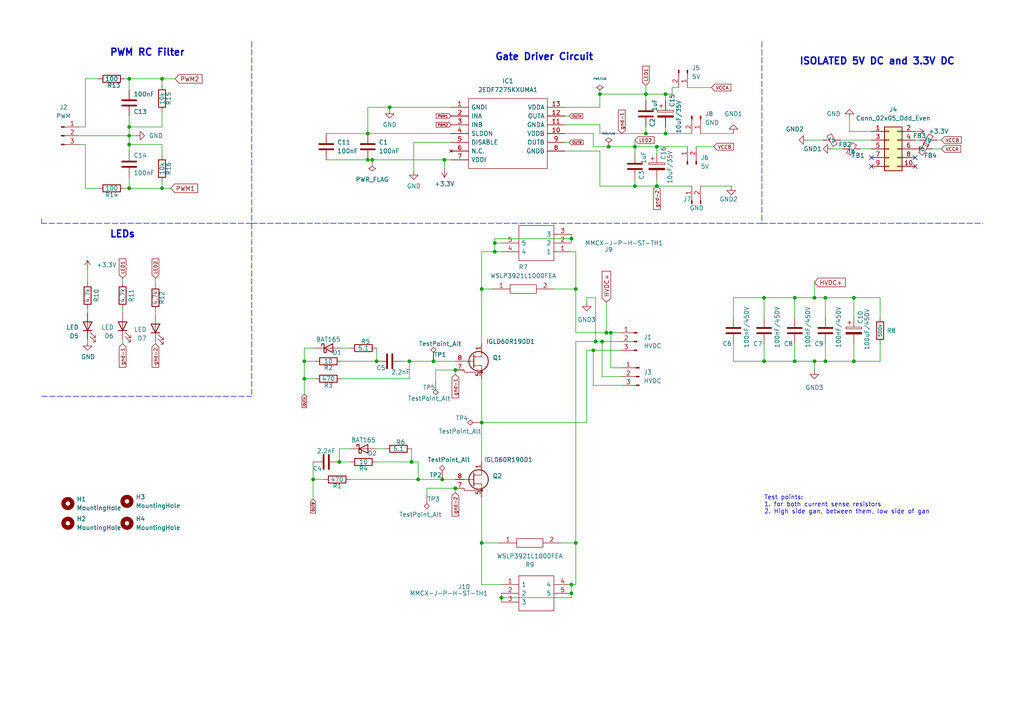
<source format=kicad_sch>
(kicad_sch (version 20211123) (generator eeschema)
  (paper "A4")
  (lib_symbols
    (symbol "2EDF7275KXUMA1:2EDF7275KXUMA1" (pin_names (offset 0.762))
      (property "Reference" "IC" (at 29.21 7.62 0))
      (property "Value" "2EDF7275KXUMA1" (at 29.21 5.08 0))
      (symbol "2EDF7275KXUMA1_0_0"
        (pin passive line (at 0 0 0) (length 5.08) (name "GNDI") (number "1"))
        (pin passive line (at 33.02 -7.62 180) (length 5.08) (name "VDDB") (number "10"))
        (pin passive line (at 33.02 -5.08 180) (length 5.08) (name "GNDA") (number "11"))
        (pin passive line (at 33.02 -2.54 180) (length 5.08) (name "OUTA") (number "12"))
        (pin passive line (at 33.02 0 180) (length 5.08) (name "VDDA") (number "13"))
        (pin passive line (at 0 -2.54 0) (length 5.08) (name "INA") (number "2"))
        (pin passive line (at 0 -5.08 0) (length 5.08) (name "INB") (number "3"))
        (pin passive line (at 0 -7.62 0) (length 5.08) (name "SLDON") (number "4"))
        (pin passive line (at 0 -10.16 0) (length 5.08) (name "DISABLE") (number "5"))
        (pin no_connect line (at 0 -12.7 0) (length 5.08) (name "N.C.") (number "6"))
        (pin passive line (at 0 -15.24 0) (length 5.08) (name "VDDI") (number "7"))
        (pin passive line (at 33.02 -12.7 180) (length 5.08) (name "GNDB") (number "8"))
        (pin passive line (at 33.02 -10.16 180) (length 5.08) (name "OUTB") (number "9"))
      )
      (symbol "2EDF7275KXUMA1_0_1"
        (polyline (pts (xy 5.08 2.54) (xy 27.94 2.54) (xy 27.94 -17.78) (xy 5.08 -17.78) (xy 5.08 2.54)) (stroke (width 0.1524)))
      )
    )
    (symbol "Connector:Conn_01x02_Male" (pin_names (offset 1.016) hide)
      (property "Reference" "J" (at 0 2.54 0))
      (property "Value" "Conn_01x02_Male" (at 0 -5.08 0))
      (symbol "Conn_01x02_Male_1_1"
        (polyline (pts (xy 1.27 -2.54) (xy 0.8636 -2.54)) (stroke (width 0.1524)))
        (polyline (pts (xy 1.27 0) (xy 0.8636 0)) (stroke (width 0.1524)))
        (rectangle (start 0.8636 -2.413) (end 0 -2.667) (stroke (width 0.1524)) (fill (type outline)))
        (rectangle (start 0.8636 0.127) (end 0 -0.127) (stroke (width 0.1524)) (fill (type outline)))
        (pin passive line (at 5.08 0 180) (length 3.81) (name "Pin_1") (number "1"))
        (pin passive line (at 5.08 -2.54 180) (length 3.81) (name "Pin_2") (number "2"))
      )
    )
    (symbol "Connector:Conn_01x03_Male" (pin_names (offset 1.016) hide)
      (property "Reference" "J" (at 0 5.08 0))
      (property "Value" "Conn_01x03_Male" (at 0 -5.08 0))
      (symbol "Conn_01x03_Male_1_1"
        (polyline (pts (xy 1.27 -2.54) (xy 0.8636 -2.54)) (stroke (width 0.1524)))
        (polyline (pts (xy 1.27 0) (xy 0.8636 0)) (stroke (width 0.1524)))
        (polyline (pts (xy 1.27 2.54) (xy 0.8636 2.54)) (stroke (width 0.1524)))
        (rectangle (start 0.8636 -2.413) (end 0 -2.667) (stroke (width 0.1524)) (fill (type outline)))
        (rectangle (start 0.8636 0.127) (end 0 -0.127) (stroke (width 0.1524)) (fill (type outline)))
        (rectangle (start 0.8636 2.667) (end 0 2.413) (stroke (width 0.1524)) (fill (type outline)))
        (pin passive line (at 5.08 2.54 180) (length 3.81) (name "Pin_1") (number "1"))
        (pin passive line (at 5.08 0 180) (length 3.81) (name "Pin_2") (number "2"))
        (pin passive line (at 5.08 -2.54 180) (length 3.81) (name "Pin_3") (number "3"))
      )
    )
    (symbol "Connector:TestPoint_Alt" (pin_numbers hide) (pin_names (offset 0.762) hide)
      (property "Reference" "TP" (at 0 6.858 0))
      (property "Value" "TestPoint_Alt" (at 0 5.08 0))
      (symbol "TestPoint_Alt_0_1"
        (polyline (pts (xy 0 2.54) (xy -0.762 3.302) (xy 0 4.064) (xy 0.762 3.302) (xy 0 2.54)))
      )
      (symbol "TestPoint_Alt_1_1"
        (pin passive line (at 0 0 90) (length 2.54) (name "1") (number "1"))
      )
    )
    (symbol "Connector_Generic:Conn_02x05_Odd_Even" (pin_names (offset 1.016) hide)
      (property "Reference" "J" (at 1.27 7.62 0))
      (property "Value" "Conn_02x05_Odd_Even" (at 1.27 -7.62 0))
      (symbol "Conn_02x05_Odd_Even_1_1"
        (rectangle (start -1.27 -4.953) (end 0 -5.207) (stroke (width 0.1524)))
        (rectangle (start -1.27 -2.413) (end 0 -2.667) (stroke (width 0.1524)))
        (rectangle (start -1.27 0.127) (end 0 -0.127) (stroke (width 0.1524)))
        (rectangle (start -1.27 2.667) (end 0 2.413) (stroke (width 0.1524)))
        (rectangle (start -1.27 5.207) (end 0 4.953) (stroke (width 0.1524)))
        (rectangle (start -1.27 6.35) (end 3.81 -6.35) (stroke (width 0.254)) (fill (type background)))
        (rectangle (start 3.81 -4.953) (end 2.54 -5.207) (stroke (width 0.1524)))
        (rectangle (start 3.81 -2.413) (end 2.54 -2.667) (stroke (width 0.1524)))
        (rectangle (start 3.81 0.127) (end 2.54 -0.127) (stroke (width 0.1524)))
        (rectangle (start 3.81 2.667) (end 2.54 2.413) (stroke (width 0.1524)))
        (rectangle (start 3.81 5.207) (end 2.54 4.953) (stroke (width 0.1524)))
        (pin passive line (at -5.08 5.08 0) (length 3.81) (name "Pin_1") (number "1"))
        (pin passive line (at 7.62 -5.08 180) (length 3.81) (name "Pin_10") (number "10"))
        (pin passive line (at 7.62 5.08 180) (length 3.81) (name "Pin_2") (number "2"))
        (pin passive line (at -5.08 2.54 0) (length 3.81) (name "Pin_3") (number "3"))
        (pin passive line (at 7.62 2.54 180) (length 3.81) (name "Pin_4") (number "4"))
        (pin passive line (at -5.08 0 0) (length 3.81) (name "Pin_5") (number "5"))
        (pin passive line (at 7.62 0 180) (length 3.81) (name "Pin_6") (number "6"))
        (pin passive line (at -5.08 -2.54 0) (length 3.81) (name "Pin_7") (number "7"))
        (pin passive line (at 7.62 -2.54 180) (length 3.81) (name "Pin_8") (number "8"))
        (pin passive line (at -5.08 -5.08 0) (length 3.81) (name "Pin_9") (number "9"))
      )
    )
    (symbol "Device:C" (pin_numbers hide) (pin_names (offset 0.254))
      (property "Reference" "C" (at 0.635 2.54 0))
      (property "Value" "C" (at 0.635 -2.54 0))
      (symbol "C_0_1"
        (polyline (pts (xy -2.032 -0.762) (xy 2.032 -0.762)) (stroke (width 0.508)))
        (polyline (pts (xy -2.032 0.762) (xy 2.032 0.762)) (stroke (width 0.508)))
      )
      (symbol "C_1_1"
        (pin passive line (at 0 3.81 270) (length 2.794) (name "~") (number "1"))
        (pin passive line (at 0 -3.81 90) (length 2.794) (name "~") (number "2"))
      )
    )
    (symbol "Device:C_Polarized" (pin_numbers hide) (pin_names (offset 0.254))
      (property "Reference" "C" (at 0.635 2.54 0))
      (property "Value" "C_Polarized" (at 0.635 -2.54 0))
      (symbol "C_Polarized_0_1"
        (rectangle (start -2.286 0.508) (end 2.286 1.016))
        (polyline (pts (xy -1.778 2.286) (xy -0.762 2.286)))
        (polyline (pts (xy -1.27 2.794) (xy -1.27 1.778)))
        (rectangle (start 2.286 -0.508) (end -2.286 -1.016) (fill (type outline)))
      )
      (symbol "C_Polarized_1_1"
        (pin passive line (at 0 3.81 270) (length 2.794) (name "~") (number "1"))
        (pin passive line (at 0 -3.81 90) (length 2.794) (name "~") (number "2"))
      )
    )
    (symbol "Device:D_Schottky" (pin_numbers hide) (pin_names (offset 1.016) hide)
      (property "Reference" "D" (at 0 2.54 0))
      (property "Value" "D_Schottky" (at 0 -2.54 0))
      (symbol "D_Schottky_0_1"
        (polyline (pts (xy 1.27 0) (xy -1.27 0)))
        (polyline (pts (xy 1.27 1.27) (xy 1.27 -1.27) (xy -1.27 0) (xy 1.27 1.27)) (stroke (width 0.254)))
        (polyline (pts (xy -1.905 0.635) (xy -1.905 1.27) (xy -1.27 1.27) (xy -1.27 -1.27) (xy -0.635 -1.27) (xy -0.635 -0.635)) (stroke (width 0.254)))
      )
      (symbol "D_Schottky_1_1"
        (pin passive line (at -3.81 0 0) (length 2.54) (name "K") (number "1"))
        (pin passive line (at 3.81 0 180) (length 2.54) (name "A") (number "2"))
      )
    )
    (symbol "Device:FerriteBead_Small" (pin_numbers hide) (pin_names (offset 0))
      (property "Reference" "FB" (at 1.905 1.27 0))
      (property "Value" "FerriteBead_Small" (at 1.905 -1.27 0))
      (symbol "FerriteBead_Small_0_1"
        (polyline (pts (xy 0 -1.27) (xy 0 -0.7874)))
        (polyline (pts (xy 0 0.889) (xy 0 1.2954)))
        (polyline (pts (xy -1.8288 0.2794) (xy -1.1176 1.4986) (xy 1.8288 -0.2032) (xy 1.1176 -1.4224) (xy -1.8288 0.2794)))
      )
      (symbol "FerriteBead_Small_1_1"
        (pin passive line (at 0 2.54 270) (length 1.27) (name "~") (number "1"))
        (pin passive line (at 0 -2.54 90) (length 1.27) (name "~") (number "2"))
      )
    )
    (symbol "Device:LED" (pin_numbers hide) (pin_names (offset 1.016) hide)
      (property "Reference" "D" (at 0 2.54 0))
      (property "Value" "LED" (at 0 -2.54 0))
      (symbol "LED_0_1"
        (polyline (pts (xy -1.27 -1.27) (xy -1.27 1.27)) (stroke (width 0.254)))
        (polyline (pts (xy -1.27 0) (xy 1.27 0)))
        (polyline (pts (xy 1.27 -1.27) (xy 1.27 1.27) (xy -1.27 0) (xy 1.27 -1.27)) (stroke (width 0.254)))
        (polyline (pts (xy -3.048 -0.762) (xy -4.572 -2.286) (xy -3.81 -2.286) (xy -4.572 -2.286) (xy -4.572 -1.524)))
        (polyline (pts (xy -1.778 -0.762) (xy -3.302 -2.286) (xy -2.54 -2.286) (xy -3.302 -2.286) (xy -3.302 -1.524)))
      )
      (symbol "LED_1_1"
        (pin passive line (at -3.81 0 0) (length 2.54) (name "K") (number "1"))
        (pin passive line (at 3.81 0 180) (length 2.54) (name "A") (number "2"))
      )
    )
    (symbol "Device:R" (pin_numbers hide) (pin_names (offset 0))
      (property "Reference" "R" (at 2.032 0 90))
      (property "Value" "R" (at 0 0 90))
      (symbol "R_0_1"
        (rectangle (start -1.016 -2.54) (end 1.016 2.54) (stroke (width 0.254)))
      )
      (symbol "R_1_1"
        (pin passive line (at 0 3.81 270) (length 1.27) (name "~") (number "1"))
        (pin passive line (at 0 -3.81 90) (length 1.27) (name "~") (number "2"))
      )
    )
    (symbol "MMCX-J-P-H-ST-TH1:MMCX-J-P-H-ST-TH1" (pin_names (offset 0.762))
      (property "Reference" "J" (at 16.51 7.62 0))
      (property "Value" "MMCX-J-P-H-ST-TH1" (at 16.51 5.08 0))
      (symbol "MMCX-J-P-H-ST-TH1_0_0"
        (pin passive line (at 0 0 0) (length 5.08) (name "1") (number "1"))
        (pin passive line (at 0 -2.54 0) (length 5.08) (name "2") (number "2"))
        (pin passive line (at 0 -5.08 0) (length 5.08) (name "3") (number "3"))
        (pin passive line (at 20.32 0 180) (length 5.08) (name "4") (number "4"))
        (pin passive line (at 20.32 -2.54 180) (length 5.08) (name "5") (number "5"))
      )
      (symbol "MMCX-J-P-H-ST-TH1_0_1"
        (polyline (pts (xy 5.08 2.54) (xy 15.24 2.54) (xy 15.24 -7.62) (xy 5.08 -7.62) (xy 5.08 2.54)) (stroke (width 0.1524)))
      )
    )
    (symbol "Mechanical:MountingHole" (pin_names (offset 1.016))
      (property "Reference" "H" (at 0 5.08 0))
      (property "Value" "MountingHole" (at 0 3.175 0))
      (symbol "MountingHole_0_1"
        (circle (center 0 0) (radius 1.27) (stroke (width 1.27)))
      )
    )
    (symbol "Transistor_FET:IGLD60R190D1" (pin_names (offset 0) hide)
      (property "Reference" "Q" (at 5.08 1.905 0))
      (property "Value" "IGLD60R190D1" (at 5.08 0 0))
      (symbol "IGLD60R190D1_0_1"
        (polyline (pts (xy -2.54 0) (xy 0.254 0)))
        (polyline (pts (xy -2.54 -2.54) (xy -2.54 -3.175) (xy 2.54 -3.175)))
        (polyline (pts (xy 0.254 -1.27) (xy 2.54 -1.27) (xy 2.54 -2.54)))
        (polyline (pts (xy 0.254 1.905) (xy 0.254 -1.905) (xy 0.254 -1.905)) (stroke (width 0.254)))
        (polyline (pts (xy 2.54 2.54) (xy 2.54 1.27) (xy 0.254 1.27)))
        (circle (center 1.651 0) (radius 2.8194) (stroke (width 0.254)))
        (circle (center 2.54 -3.175) (radius 0.2794) (fill (type outline)))
      )
      (symbol "IGLD60R190D1_1_1"
        (pin passive line (at 2.54 5.08 270) (length 2.54) (name "D") (number "1"))
        (pin passive line (at 2.54 5.08 270) (length 2.54) hide (name "D") (number "2"))
        (pin passive line (at 2.54 5.08 270) (length 2.54) hide (name "D") (number "3"))
        (pin passive line (at 2.54 5.08 270) (length 2.54) hide (name "D") (number "4"))
        (pin passive line (at 2.54 -5.08 90) (length 2.54) (name "S") (number "5"))
        (pin passive line (at 2.54 -5.08 90) (length 2.54) hide (name "S") (number "6"))
        (pin passive line (at -5.08 -2.54 0) (length 2.54) (name "SS") (number "7"))
        (pin input line (at -5.08 0 0) (length 2.54) (name "G") (number "8"))
        (pin passive line (at 2.54 -5.08 90) (length 2.54) hide (name "S") (number "9"))
      )
    )
    (symbol "WSLP3921L1000FEA:WSLP3921L1000FEA" (pin_names (offset 0.762))
      (property "Reference" "R" (at 13.97 6.35 0))
      (property "Value" "WSLP3921L1000FEA" (at 13.97 3.81 0))
      (symbol "WSLP3921L1000FEA_0_0"
        (pin passive line (at 0 0 0) (length 5.08) (name "~") (number "1"))
        (pin passive line (at 17.78 0 180) (length 5.08) (name "~") (number "2"))
      )
      (symbol "WSLP3921L1000FEA_0_1"
        (polyline (pts (xy 5.08 1.27) (xy 12.7 1.27) (xy 12.7 -1.27) (xy 5.08 -1.27) (xy 5.08 1.27)) (stroke (width 0.1524)))
      )
    )
    (symbol "power:+3.3V" (power) (pin_names (offset 0))
      (property "Value" "+3.3V" (at 0 3.556 0))
      (symbol "+3.3V_0_1"
        (polyline (pts (xy -0.762 1.27) (xy 0 2.54)))
        (polyline (pts (xy 0 0) (xy 0 2.54)))
        (polyline (pts (xy 0 2.54) (xy 0.762 1.27)))
      )
      (symbol "+3.3V_1_1"
        (pin power_in line (at 0 0 90) (length 0) hide (name "+3.3V") (number "1"))
      )
    )
    (symbol "power:GND" (power) (pin_names (offset 0))
      (property "Value" "GND" (at 0 -3.81 0))
      (symbol "GND_0_1"
        (polyline (pts (xy 0 0) (xy 0 -1.27) (xy 1.27 -1.27) (xy 0 -2.54) (xy -1.27 -1.27) (xy 0 -1.27)))
      )
      (symbol "GND_1_1"
        (pin power_in line (at 0 0 270) (length 0) hide (name "GND") (number "1"))
      )
    )
    (symbol "power:GND1" (power) (pin_names (offset 0))
      (property "Value" "GND1" (at 0 -3.81 0))
      (symbol "GND1_0_1"
        (polyline (pts (xy 0 0) (xy 0 -1.27) (xy 1.27 -1.27) (xy 0 -2.54) (xy -1.27 -1.27) (xy 0 -1.27)))
      )
      (symbol "GND1_1_1"
        (pin power_in line (at 0 0 270) (length 0) hide (name "GND1") (number "1"))
      )
    )
    (symbol "power:GND2" (power) (pin_names (offset 0))
      (property "Value" "GND2" (at 0 -3.81 0))
      (symbol "GND2_0_1"
        (polyline (pts (xy 0 0) (xy 0 -1.27) (xy 1.27 -1.27) (xy 0 -2.54) (xy -1.27 -1.27) (xy 0 -1.27)))
      )
      (symbol "GND2_1_1"
        (pin power_in line (at 0 0 270) (length 0) hide (name "GND2") (number "1"))
      )
    )
    (symbol "power:GND3" (power) (pin_names (offset 0))
      (property "Value" "GND3" (at 0 -3.81 0))
      (symbol "GND3_0_1"
        (polyline (pts (xy 0 0) (xy 0 -1.27) (xy 1.27 -1.27) (xy 0 -2.54) (xy -1.27 -1.27) (xy 0 -1.27)))
      )
      (symbol "GND3_1_1"
        (pin power_in line (at 0 0 270) (length 0) hide (name "GND3") (number "1"))
      )
    )
    (symbol "power:PWR_FLAG" (power) (pin_numbers hide) (pin_names (offset 0) hide)
      (property "Value" "PWR_FLAG" (at 0 3.81 0))
      (symbol "PWR_FLAG_0_0"
        (pin power_out line (at 0 0 90) (length 0) (name "pwr") (number "1"))
      )
      (symbol "PWR_FLAG_0_1"
        (polyline (pts (xy 0 0) (xy 0 1.27) (xy -1.016 1.905) (xy 0 2.54) (xy 1.016 1.905) (xy 0 1.27)))
      )
    )
  )
  (junction (at 193.04 27.305))
  (junction (at 247.65 104.775))
  (junction (at 139.7 83.82))
  (junction (at 37.465 54.61))
  (junction (at 145.415 173.355))
  (junction (at 109.22 104.775))
  (junction (at 177.165 96.52))
  (junction (at 107.95 46.355))
  (junction (at 230.505 104.775))
  (junction (at 187.325 27.305))
  (junction (at 236.22 86.36))
  (junction (at 128.905 46.355))
  (junction (at 119.38 133.985))
  (junction (at 106.68 38.735))
  (junction (at 230.505 86.36))
  (junction (at 190.5 53.975))
  (junction (at 172.72 99.06))
  (junction (at 88.265 104.775))
  (junction (at 37.465 41.91))
  (junction (at 184.15 42.545))
  (junction (at 236.22 104.775))
  (junction (at 106.68 46.355))
  (junction (at 184.15 53.975))
  (junction (at 46.99 22.86))
  (junction (at 175.895 96.52))
  (junction (at 139.7 122.555))
  (junction (at 113.03 31.115))
  (junction (at 90.805 139.065))
  (junction (at 46.99 54.61))
  (junction (at 132.08 141.605))
  (junction (at 132.08 107.315))
  (junction (at 98.425 133.985))
  (junction (at 37.465 36.83))
  (junction (at 165.735 169.545))
  (junction (at 239.395 86.36))
  (junction (at 143.51 73.025))
  (junction (at 143.51 70.485))
  (junction (at 165.735 69.215))
  (junction (at 128.27 139.065))
  (junction (at 139.7 157.48))
  (junction (at 173.99 27.305))
  (junction (at 193.04 38.735))
  (junction (at 118.745 104.775))
  (junction (at 167.005 83.82))
  (junction (at 239.395 104.775))
  (junction (at 172.085 101.6))
  (junction (at 37.465 39.37))
  (junction (at 37.465 22.86))
  (junction (at 174.625 99.06))
  (junction (at 88.265 109.855))
  (junction (at 167.005 157.48))
  (junction (at 121.285 139.065))
  (junction (at 165.735 172.085))
  (junction (at 190.5 42.545))
  (junction (at 125.73 104.775))
  (junction (at 247.65 86.36))
  (junction (at 221.615 104.775))
  (junction (at 221.615 86.36))
  (junction (at 176.53 42.545))
  (junction (at 187.325 38.735))
  (no_connect (at 252.73 48.26))
  (no_connect (at 252.73 45.72))
  (no_connect (at 265.43 48.26))
  (no_connect (at 265.43 45.72))
  (wire (pts (xy 98.425 130.175) (xy 101.6 130.175)))
  (wire (pts (xy 24.765 54.61) (xy 24.765 41.91)))
  (wire (pts (xy 173.99 43.815) (xy 163.83 43.815)))
  (wire (pts (xy 172.085 101.6) (xy 179.705 101.6)))
  (polyline (pts (xy 12.065 114.935) (xy 73.025 114.935)))
  (wire (pts (xy 107.95 46.355) (xy 107.95 46.99)))
  (wire (pts (xy 45.085 90.17) (xy 45.085 91.44)))
  (wire (pts (xy 106.68 38.735) (xy 130.81 38.735)))
  (wire (pts (xy 193.04 36.83) (xy 193.04 38.735)))
  (wire (pts (xy 187.325 29.21) (xy 187.325 27.305)))
  (wire (pts (xy 190.5 42.545) (xy 199.39 42.545)))
  (wire (pts (xy 99.06 104.775) (xy 109.22 104.775)))
  (wire (pts (xy 139.7 109.855) (xy 139.7 122.555)))
  (wire (pts (xy 180.34 106.68) (xy 177.165 106.68)))
  (wire (pts (xy 113.03 31.75) (xy 113.03 31.115)))
  (polyline (pts (xy 220.98 64.77) (xy 285.115 64.77)))
  (wire (pts (xy 143.51 70.485) (xy 143.51 69.215)))
  (wire (pts (xy 143.51 69.215) (xy 165.735 69.215)))
  (wire (pts (xy 236.22 104.775) (xy 236.22 107.315)))
  (wire (pts (xy 163.83 41.275) (xy 165.1 41.275)))
  (wire (pts (xy 239.395 86.36) (xy 236.22 86.36)))
  (wire (pts (xy 24.765 22.86) (xy 28.575 22.86)))
  (wire (pts (xy 165.735 169.545) (xy 167.005 169.545)))
  (wire (pts (xy 173.99 38.735) (xy 173.99 36.195)))
  (wire (pts (xy 132.08 142.875) (xy 132.08 141.605)))
  (wire (pts (xy 177.165 106.68) (xy 177.165 96.52)))
  (polyline (pts (xy 220.98 12.065) (xy 220.98 64.77)))
  (wire (pts (xy 126.365 107.315) (xy 132.08 107.315)))
  (wire (pts (xy 165.735 172.085) (xy 165.735 173.355)))
  (wire (pts (xy 94.615 38.735) (xy 106.68 38.735)))
  (wire (pts (xy 212.725 92.075) (xy 212.725 86.36)))
  (wire (pts (xy 145.415 73.025) (xy 143.51 73.025)))
  (wire (pts (xy 175.895 87.63) (xy 175.895 96.52)))
  (wire (pts (xy 184.15 42.545) (xy 190.5 42.545)))
  (wire (pts (xy 221.615 86.36) (xy 221.615 92.075)))
  (wire (pts (xy 165.735 67.945) (xy 165.735 69.215)))
  (wire (pts (xy 193.04 27.305) (xy 194.945 27.305)))
  (wire (pts (xy 120.015 41.275) (xy 120.015 49.53)))
  (wire (pts (xy 143.51 73.025) (xy 139.7 73.025)))
  (wire (pts (xy 173.99 31.115) (xy 173.99 27.305)))
  (wire (pts (xy 128.27 139.065) (xy 132.08 139.065)))
  (wire (pts (xy 234.315 40.64) (xy 238.76 40.64)))
  (wire (pts (xy 175.895 96.52) (xy 177.165 96.52)))
  (wire (pts (xy 37.465 41.91) (xy 37.465 43.815)))
  (wire (pts (xy 165.735 69.215) (xy 165.735 70.485)))
  (wire (pts (xy 172.085 38.735) (xy 163.83 38.735)))
  (wire (pts (xy 193.04 38.735) (xy 200.66 38.735)))
  (wire (pts (xy 163.83 33.655) (xy 165.1 33.655)))
  (wire (pts (xy 230.505 86.36) (xy 230.505 92.075)))
  (wire (pts (xy 187.325 24.765) (xy 187.325 27.305)))
  (wire (pts (xy 212.725 104.775) (xy 212.725 99.695)))
  (wire (pts (xy 106.68 31.115) (xy 113.03 31.115)))
  (wire (pts (xy 170.18 122.555) (xy 170.18 101.6)))
  (wire (pts (xy 173.99 43.815) (xy 173.99 53.975)))
  (wire (pts (xy 176.53 42.545) (xy 184.15 42.545)))
  (wire (pts (xy 221.615 104.775) (xy 212.725 104.775)))
  (wire (pts (xy 46.99 24.765) (xy 46.99 22.86)))
  (wire (pts (xy 24.765 36.83) (xy 24.765 22.86)))
  (wire (pts (xy 113.03 31.115) (xy 130.81 31.115)))
  (wire (pts (xy 123.825 141.605) (xy 132.08 141.605)))
  (wire (pts (xy 37.465 22.86) (xy 37.465 26.035)))
  (wire (pts (xy 246.38 38.1) (xy 252.73 38.1)))
  (wire (pts (xy 109.22 133.985) (xy 119.38 133.985)))
  (wire (pts (xy 203.2 53.975) (xy 212.09 53.975)))
  (wire (pts (xy 247.65 99.695) (xy 247.65 104.775)))
  (wire (pts (xy 35.56 80.645) (xy 35.56 81.915)))
  (wire (pts (xy 273.05 43.18) (xy 270.51 43.18)))
  (wire (pts (xy 172.085 42.545) (xy 176.53 42.545)))
  (wire (pts (xy 90.805 139.065) (xy 90.805 133.985)))
  (wire (pts (xy 145.415 70.485) (xy 143.51 70.485)))
  (wire (pts (xy 121.285 139.065) (xy 128.27 139.065)))
  (wire (pts (xy 221.615 99.695) (xy 221.615 104.775)))
  (polyline (pts (xy 73.025 64.77) (xy 73.025 114.935)))
  (wire (pts (xy 123.825 143.51) (xy 123.825 141.605)))
  (wire (pts (xy 173.99 38.735) (xy 187.325 38.735)))
  (wire (pts (xy 167.005 157.48) (xy 167.005 169.545)))
  (wire (pts (xy 101.6 133.985) (xy 98.425 133.985)))
  (wire (pts (xy 172.085 111.76) (xy 172.085 101.6)))
  (wire (pts (xy 247.65 86.36) (xy 239.395 86.36)))
  (wire (pts (xy 255.27 86.36) (xy 247.65 86.36)))
  (wire (pts (xy 93.98 139.065) (xy 90.805 139.065)))
  (wire (pts (xy 271.78 40.64) (xy 273.05 40.64)))
  (wire (pts (xy 170.18 86.36) (xy 170.18 87.63)))
  (wire (pts (xy 116.84 104.775) (xy 118.745 104.775)))
  (wire (pts (xy 46.99 45.085) (xy 46.99 41.91)))
  (wire (pts (xy 88.265 114.3) (xy 88.265 109.855)))
  (wire (pts (xy 139.7 122.555) (xy 139.7 133.985)))
  (wire (pts (xy 184.15 52.07) (xy 184.15 53.975)))
  (wire (pts (xy 173.99 27.305) (xy 187.325 27.305)))
  (wire (pts (xy 230.505 99.695) (xy 230.505 104.775)))
  (wire (pts (xy 145.415 173.355) (xy 145.415 174.625)))
  (wire (pts (xy 139.7 73.025) (xy 139.7 83.82)))
  (wire (pts (xy 22.86 36.83) (xy 24.765 36.83)))
  (wire (pts (xy 35.56 99.695) (xy 35.56 98.425)))
  (polyline (pts (xy 220.98 64.77) (xy 73.025 64.77)))
  (wire (pts (xy 37.465 33.655) (xy 37.465 36.83)))
  (wire (pts (xy 22.86 41.91) (xy 24.765 41.91)))
  (wire (pts (xy 247.65 104.775) (xy 255.27 104.775)))
  (wire (pts (xy 99.06 100.965) (xy 101.6 100.965)))
  (wire (pts (xy 118.745 104.775) (xy 125.73 104.775)))
  (wire (pts (xy 203.2 38.735) (xy 212.725 38.735)))
  (wire (pts (xy 128.905 46.355) (xy 128.905 48.895)))
  (wire (pts (xy 252.73 43.18) (xy 249.555 43.18)))
  (wire (pts (xy 172.085 42.545) (xy 172.085 38.735)))
  (wire (pts (xy 25.4 78.105) (xy 25.4 81.915)))
  (wire (pts (xy 190.5 52.07) (xy 190.5 53.975)))
  (wire (pts (xy 36.195 54.61) (xy 37.465 54.61)))
  (wire (pts (xy 46.99 54.61) (xy 37.465 54.61)))
  (wire (pts (xy 139.7 169.545) (xy 139.7 157.48)))
  (wire (pts (xy 91.44 104.775) (xy 88.265 104.775)))
  (wire (pts (xy 173.99 53.975) (xy 184.15 53.975)))
  (wire (pts (xy 46.99 32.385) (xy 46.99 36.83)))
  (wire (pts (xy 184.15 53.975) (xy 190.5 53.975)))
  (wire (pts (xy 126.365 110.49) (xy 126.365 107.315)))
  (wire (pts (xy 160.655 83.82) (xy 167.005 83.82)))
  (wire (pts (xy 46.99 22.86) (xy 37.465 22.86)))
  (wire (pts (xy 139.7 122.555) (xy 170.18 122.555)))
  (wire (pts (xy 22.86 39.37) (xy 37.465 39.37)))
  (wire (pts (xy 37.465 54.61) (xy 37.465 51.435)))
  (wire (pts (xy 165.735 169.545) (xy 165.735 172.085)))
  (wire (pts (xy 90.805 144.78) (xy 90.805 139.065)))
  (wire (pts (xy 94.615 46.355) (xy 106.68 46.355)))
  (wire (pts (xy 172.72 86.36) (xy 172.72 99.06)))
  (wire (pts (xy 128.905 46.355) (xy 130.81 46.355)))
  (wire (pts (xy 199.39 25.4) (xy 206.375 25.4)))
  (wire (pts (xy 145.415 172.085) (xy 145.415 173.355)))
  (wire (pts (xy 109.22 104.775) (xy 109.22 100.965)))
  (wire (pts (xy 139.7 144.145) (xy 139.7 157.48)))
  (polyline (pts (xy 73.025 64.77) (xy 12.065 64.77)))
  (wire (pts (xy 255.27 99.695) (xy 255.27 104.775)))
  (wire (pts (xy 37.465 36.83) (xy 37.465 39.37)))
  (wire (pts (xy 139.7 83.82) (xy 139.7 99.695)))
  (wire (pts (xy 230.505 104.775) (xy 221.615 104.775)))
  (wire (pts (xy 46.99 54.61) (xy 49.53 54.61)))
  (wire (pts (xy 167.005 73.025) (xy 167.005 83.82)))
  (wire (pts (xy 46.99 22.86) (xy 50.8 22.86)))
  (wire (pts (xy 167.005 96.52) (xy 175.895 96.52)))
  (wire (pts (xy 45.085 99.695) (xy 45.085 99.06)))
  (wire (pts (xy 46.99 36.83) (xy 37.465 36.83)))
  (wire (pts (xy 139.7 169.545) (xy 145.415 169.545)))
  (wire (pts (xy 167.005 99.06) (xy 172.72 99.06)))
  (wire (pts (xy 25.4 89.535) (xy 25.4 90.805)))
  (wire (pts (xy 37.465 39.37) (xy 39.37 39.37)))
  (wire (pts (xy 190.5 44.45) (xy 190.5 42.545)))
  (wire (pts (xy 193.04 29.21) (xy 193.04 27.305)))
  (wire (pts (xy 99.06 109.855) (xy 118.745 109.855)))
  (wire (pts (xy 106.68 31.115) (xy 106.68 38.735)))
  (wire (pts (xy 167.005 83.82) (xy 167.005 96.52)))
  (wire (pts (xy 139.7 157.48) (xy 144.78 157.48)))
  (wire (pts (xy 167.005 99.06) (xy 167.005 157.48)))
  (wire (pts (xy 88.265 109.855) (xy 88.265 104.775)))
  (wire (pts (xy 236.22 104.775) (xy 239.395 104.775)))
  (wire (pts (xy 194.945 25.4) (xy 196.85 25.4)))
  (wire (pts (xy 46.99 41.91) (xy 37.465 41.91)))
  (wire (pts (xy 239.395 99.695) (xy 239.395 104.775)))
  (wire (pts (xy 132.08 108.585) (xy 132.08 107.315)))
  (wire (pts (xy 119.38 133.985) (xy 119.38 130.175)))
  (wire (pts (xy 125.73 104.775) (xy 132.08 104.775)))
  (wire (pts (xy 91.44 109.855) (xy 88.265 109.855)))
  (wire (pts (xy 184.15 42.545) (xy 184.15 44.45)))
  (wire (pts (xy 121.285 139.065) (xy 121.285 133.985)))
  (wire (pts (xy 194.945 25.4) (xy 194.945 27.305)))
  (wire (pts (xy 28.575 54.61) (xy 24.765 54.61)))
  (wire (pts (xy 190.5 53.975) (xy 200.66 53.975)))
  (wire (pts (xy 255.27 92.075) (xy 255.27 86.36)))
  (wire (pts (xy 247.65 86.36) (xy 247.65 92.075)))
  (wire (pts (xy 241.3 43.18) (xy 244.475 43.18)))
  (wire (pts (xy 46.99 52.705) (xy 46.99 54.61)))
  (wire (pts (xy 98.425 133.985) (xy 98.425 130.175)))
  (wire (pts (xy 173.99 36.195) (xy 163.83 36.195)))
  (wire (pts (xy 177.165 96.52) (xy 179.705 96.52)))
  (wire (pts (xy 239.395 86.36) (xy 239.395 92.075)))
  (wire (pts (xy 37.465 41.91) (xy 37.465 39.37)))
  (wire (pts (xy 236.22 81.915) (xy 236.22 86.36)))
  (wire (pts (xy 266.7 40.64) (xy 265.43 40.64)))
  (wire (pts (xy 172.72 99.06) (xy 174.625 99.06)))
  (wire (pts (xy 180.34 109.22) (xy 174.625 109.22)))
  (wire (pts (xy 236.22 86.36) (xy 230.505 86.36)))
  (wire (pts (xy 25.4 99.06) (xy 25.4 98.425)))
  (wire (pts (xy 35.56 89.535) (xy 35.56 90.805)))
  (wire (pts (xy 212.725 86.36) (xy 221.615 86.36)))
  (wire (pts (xy 243.84 40.64) (xy 252.73 40.64)))
  (wire (pts (xy 36.195 22.86) (xy 37.465 22.86)))
  (wire (pts (xy 88.265 100.965) (xy 91.44 100.965)))
  (wire (pts (xy 187.325 27.305) (xy 193.04 27.305)))
  (wire (pts (xy 121.285 133.985) (xy 119.38 133.985)))
  (wire (pts (xy 230.505 104.775) (xy 236.22 104.775)))
  (wire (pts (xy 246.38 34.29) (xy 246.38 38.1)))
  (wire (pts (xy 172.72 86.36) (xy 170.18 86.36)))
  (wire (pts (xy 174.625 99.06) (xy 179.705 99.06)))
  (polyline (pts (xy 12.065 63.5) (xy 12.065 64.77)))
  (wire (pts (xy 120.015 41.275) (xy 130.81 41.275)))
  (wire (pts (xy 118.745 109.855) (xy 118.745 104.775)))
  (wire (pts (xy 165.735 173.355) (xy 145.415 173.355)))
  (wire (pts (xy 180.34 111.76) (xy 172.085 111.76)))
  (wire (pts (xy 109.22 130.175) (xy 111.76 130.175)))
  (wire (pts (xy 207.01 42.545) (xy 201.93 42.545)))
  (wire (pts (xy 187.325 36.83) (xy 187.325 38.735)))
  (wire (pts (xy 174.625 109.22) (xy 174.625 99.06)))
  (wire (pts (xy 143.51 70.485) (xy 143.51 73.025)))
  (wire (pts (xy 187.325 38.735) (xy 193.04 38.735)))
  (wire (pts (xy 107.95 46.355) (xy 128.905 46.355)))
  (wire (pts (xy 165.735 73.025) (xy 167.005 73.025)))
  (wire (pts (xy 162.56 157.48) (xy 167.005 157.48)))
  (wire (pts (xy 184.15 40.64) (xy 184.15 42.545)))
  (polyline (pts (xy 73.025 12.065) (xy 73.025 64.77)))
  (wire (pts (xy 101.6 139.065) (xy 121.285 139.065)))
  (wire (pts (xy 239.395 104.775) (xy 247.65 104.775)))
  (wire (pts (xy 230.505 86.36) (xy 221.615 86.36)))
  (wire (pts (xy 88.265 104.775) (xy 88.265 100.965)))
  (wire (pts (xy 139.7 83.82) (xy 142.875 83.82)))
  (wire (pts (xy 163.83 31.115) (xy 173.99 31.115)))
  (wire (pts (xy 170.18 101.6) (xy 172.085 101.6)))
  (wire (pts (xy 106.68 46.355) (xy 107.95 46.355)))
  (wire (pts (xy 45.085 80.645) (xy 45.085 82.55)))
  (text "Test points: \n1. for both current sense resistors\n2. High side gan, between them, low side of gan\n" (at 221.615 149.225 0) (effects (font (size 1.27 1.27)) (justify left bottom)))
  (text "LEDs" (at 31.75 69.215 0) (effects (font (size 2 2) (thickness 0.4) bold) (justify left bottom)))
  (text "ISOLATED 5V DC and 3.3V DC" (at 231.775 19.05 0) (effects (font (size 2 2) (thickness 0.4) bold) (justify left bottom)))
  (text "PWM RC Filter" (at 31.75 16.51 0) (effects (font (size 2 2) (thickness 0.4) bold) (justify left bottom)))
  (text "Gate Driver Circuit" (at 143.51 17.78 0) (effects (font (size 2 2) (thickness 0.4) bold) (justify left bottom)))
  (global_label "VCCA" (shape input) (at 273.05 43.18 0) (effects (font (size 1 1))) (property "Intersheet References" "${INTERSHEET_REFS}" (effects hide)))
  (global_label "HVDC+" (shape input) (at 175.895 87.63 90) (property "Intersheet References" "${INTERSHEET_REFS}" (effects hide)))
  (global_label "LED1" (shape input) (at 187.325 24.765 90) (effects (font (size 1 1))) (property "Intersheet References" "${INTERSHEET_REFS}" (effects hide)))
  (global_label "VCCB" (shape input) (at 273.05 40.64 0) (effects (font (size 1 1))) (property "Intersheet References" "${INTERSHEET_REFS}" (effects hide)))
  (global_label "PWM1" (shape input) (at 49.53 54.61 0) (property "Intersheet References" "${INTERSHEET_REFS}" (effects hide)))
  (global_label "PWM2" (shape input) (at 50.8 22.86 0) (property "Intersheet References" "${INTERSHEET_REFS}" (effects hide)))
  (global_label "PWM2" (shape input) (at 130.81 36.195 180) (effects (font (size 0.7 0.7))) (property "Intersheet References" "${INTERSHEET_REFS}" (effects hide)))
  (global_label "gnd-1" (shape input) (at 180.34 38.735 90) (effects (font (size 1 1))) (property "Intersheet References" "${INTERSHEET_REFS}" (effects hide)))
  (global_label "OUTB" (shape input) (at 165.1 41.275 0) (effects (font (size 0.7 0.7))) (property "Intersheet References" "${INTERSHEET_REFS}" (effects hide)))
  (global_label "gnd-2" (shape input) (at 45.085 99.695 270) (effects (font (size 1 1))) (property "Intersheet References" "${INTERSHEET_REFS}" (effects hide)))
  (global_label "VCCA" (shape input) (at 206.375 25.4 0) (effects (font (size 1 1))) (property "Intersheet References" "${INTERSHEET_REFS}" (effects hide)))
  (global_label "LED2" (shape input) (at 184.15 40.64 0) (effects (font (size 1 1))) (property "Intersheet References" "${INTERSHEET_REFS}" (effects hide)))
  (global_label "LED2" (shape input) (at 45.085 80.645 90) (effects (font (size 1 1))) (property "Intersheet References" "${INTERSHEET_REFS}" (effects hide)))
  (global_label "OUTA" (shape input) (at 88.265 114.3 270) (effects (font (size 0.7 0.7))) (property "Intersheet References" "${INTERSHEET_REFS}" (effects hide)))
  (global_label "gnd-2" (shape input) (at 190.5 53.975 270) (effects (font (size 1 1))) (property "Intersheet References" "${INTERSHEET_REFS}" (effects hide)))
  (global_label "OUTB" (shape input) (at 90.805 144.78 270) (effects (font (size 0.7 0.7))) (property "Intersheet References" "${INTERSHEET_REFS}" (effects hide)))
  (global_label "LED1" (shape input) (at 35.56 80.645 90) (effects (font (size 1 1))) (property "Intersheet References" "${INTERSHEET_REFS}" (effects hide)))
  (global_label "OUTA" (shape input) (at 165.1 33.655 0) (effects (font (size 0.7 0.7))) (property "Intersheet References" "${INTERSHEET_REFS}" (effects hide)))
  (global_label "gnd-2" (shape input) (at 132.08 142.875 270) (effects (font (size 1 1))) (property "Intersheet References" "${INTERSHEET_REFS}" (effects hide)))
  (global_label "gnd-1" (shape input) (at 132.08 108.585 270) (effects (font (size 1 1))) (property "Intersheet References" "${INTERSHEET_REFS}" (effects hide)))
  (global_label "VCCB" (shape input) (at 207.01 42.545 0) (effects (font (size 1 1))) (property "Intersheet References" "${INTERSHEET_REFS}" (effects hide)))
  (global_label "HVDC+" (shape input) (at 236.22 81.915 0) (property "Intersheet References" "${INTERSHEET_REFS}" (effects hide)))
  (global_label "PWM1" (shape input) (at 130.81 33.655 180) (effects (font (size 0.7 0.7))) (property "Intersheet References" "${INTERSHEET_REFS}" (effects hide)))
  (global_label "gnd-1" (shape input) (at 35.56 99.695 270) (effects (font (size 1 1))) (property "Intersheet References" "${INTERSHEET_REFS}" (effects hide)))
  (symbol (lib_id "Device:FerriteBead_Small") (at 241.3 40.64 270) (mirror x) (unit 1)
    (property "Reference" "FB2" (at 245.11 41.91 90))
    (property "Value" "fb" (at 241.3 40.64 90))
    (property "Footprint" "Resistor_SMD:R_0805_2012Metric" (effects hide))
  )
  (symbol (lib_id "Connector:Conn_01x03_Male") (at 185.42 109.22 0) (mirror y) (unit 1)
    (property "Reference" "J3" (at 186.69 107.9499 0) (effects (justify right)))
    (property "Value" "HVDC" (at 186.69 110.4899 0) (effects (justify right)))
    (property "Footprint" "Connector_Molex:Molex_KK-396_A-41791-0003_1x03_P3.96mm_Vertical" (effects hide))
  )
  (symbol (lib_id "power:GND2") (at 234.315 40.64 270) (mirror x) (unit 1)
    (property "Reference" "#PWR05" (effects hide))
    (property "Value" "GND2" (at 230.505 37.465 90))
  )
  (symbol (lib_id "Device:R") (at 95.25 109.855 90) (unit 1)
    (property "Reference" "R3" (at 95.25 111.76 90))
    (property "Value" "470" (at 95.25 109.855 90))
    (property "Footprint" "Resistor_SMD:R_0805_2012Metric" (effects hide))
  )
  (symbol (lib_id "power:PWR_FLAG") (at 173.99 27.305 0) (unit 1)
    (property "Reference" "#FLG0102" (effects hide))
    (property "Value" "PWR_FLAG" (at 173.99 22.86 0) (effects (font (size 0.5 0.5))))
  )
  (symbol (lib_id "MMCX-J-P-H-ST-TH1:MMCX-J-P-H-ST-TH1") (at 145.415 169.545 0) (unit 1)
    (property "Reference" "J10" (at 134.62 170.18 0))
    (property "Value" "MMCX-J-P-H-ST-TH1" (at 130.175 172.085 0))
    (property "Footprint" "MMCX-J-P-H-ST-TH1:MMCXJPHSTTH1" (effects hide))
    (property "Datasheet" "http://suddendocs.samtec.com/prints/mmcx-j-p-x-st-th1-mkt.pdf" (effects hide))
    (property "Description" "Samtec 50 Straight Through Hole MMCX Connector, jack, Solder Termination, 0  6GHz, Coaxial" (effects hide))
    (property "Height" "4.35" (effects hide))
    (property "Mouser Part Number" "200-MMCXJPHSTTH1" (effects hide))
    (property "Mouser Price/Stock" "https://www.mouser.co.uk/ProductDetail/Samtec/MMCX-J-P-H-ST-TH1?qs=jyzYFa4oMQgZ1Ln0Y5MuTQ%3D%3D" (effects hide))
    (property "Manufacturer_Name" "SAMTEC" (effects hide))
    (property "Manufacturer_Part_Number" "MMCX-J-P-H-ST-TH1" (effects hide))
  )
  (symbol (lib_id "Connector:Conn_01x02_Male") (at 199.39 20.32 270) (unit 1)
    (property "Reference" "J5" (at 200.66 19.6849 90) (effects (justify left)))
    (property "Value" "5V" (at 200.66 22.2249 90) (effects (justify left)))
    (property "Footprint" "Connector_PinHeader_2.54mm:PinHeader_1x02_P2.54mm_Vertical" (effects hide))
  )
  (symbol (lib_id "power:PWR_FLAG") (at 107.95 46.99 180) (unit 1)
    (property "Reference" "#FLG01" (effects hide))
    (property "Value" "PWR_FLAG" (at 107.95 52.07 0))
  )
  (symbol (lib_id "Device:R") (at 45.085 86.36 180) (unit 1)
    (property "Reference" "R12" (at 46.99 86.36 90))
    (property "Value" "4.7k" (at 45.085 86.36 90))
    (property "Footprint" "Resistor_SMD:R_0805_2012Metric" (effects hide))
  )
  (symbol (lib_id "Device:R") (at 97.79 139.065 90) (unit 1)
    (property "Reference" "R1" (at 97.79 140.97 90))
    (property "Value" "470" (at 97.79 139.065 90))
    (property "Footprint" "Resistor_SMD:R_0805_2012Metric" (effects hide))
  )
  (symbol (lib_id "power:GND") (at 120.015 49.53 0) (unit 1)
    (property "Reference" "#PWR0101" (effects hide))
    (property "Value" "GND" (at 120.015 53.975 0))
  )
  (symbol (lib_id "power:GND") (at 246.38 34.29 180) (unit 1)
    (property "Reference" "#PWR08" (effects hide))
    (property "Value" "GND" (at 243.84 33.0201 0) (effects (justify left)))
  )
  (symbol (lib_id "Device:C") (at 230.505 95.885 0) (unit 1)
    (property "Reference" "C8" (at 227.33 99.695 0) (effects (justify left)))
    (property "Value" "100nF/450V" (at 234.315 100.965 90) (effects (justify left)))
    (property "Footprint" "Capacitor_SMD:C_1206_3216Metric" (effects hide))
  )
  (symbol (lib_id "Device:C_Polarized") (at 247.65 95.885 0) (unit 1)
    (property "Reference" "C10" (at 249.555 93.98 90) (effects (justify left)))
    (property "Value" "100uF/450V" (at 251.46 101.6 90) (effects (justify left)))
    (property "Footprint" "EKXL451ELL101MM30S:CAPPRD750W80D1825H3200" (effects hide))
  )
  (symbol (lib_id "Connector:Conn_01x02_Male") (at 199.39 47.625 90) (unit 1)
    (property "Reference" "J6" (at 203.2 45.7199 90) (effects (justify right)))
    (property "Value" "5V" (at 203.2 48.2599 90) (effects (justify right)))
    (property "Footprint" "Connector_PinHeader_2.54mm:PinHeader_1x02_P2.54mm_Vertical" (effects hide))
  )
  (symbol (lib_id "Device:C") (at 239.395 95.885 0) (unit 1)
    (property "Reference" "C9" (at 236.22 99.695 0) (effects (justify left)))
    (property "Value" "100nF/450V" (at 243.205 100.965 90) (effects (justify left)))
    (property "Footprint" "Capacitor_SMD:C_1206_3216Metric" (effects hide))
  )
  (symbol (lib_id "Device:R") (at 35.56 85.725 180) (unit 1)
    (property "Reference" "R11" (at 38.1 85.725 90))
    (property "Value" "4.7k" (at 35.56 85.725 90))
    (property "Footprint" "Resistor_SMD:R_0805_2012Metric" (effects hide))
  )
  (symbol (lib_id "Device:LED") (at 35.56 94.615 90) (unit 1)
    (property "Reference" "D6" (at 33.02 97.4726 90) (effects (justify left)))
    (property "Value" "LED" (at 33.02 94.9326 90) (effects (justify left)))
    (property "Footprint" "LED_SMD:LED_0805_2012Metric" (effects hide))
  )
  (symbol (lib_id "Device:C") (at 187.325 33.02 180) (unit 1)
    (property "Reference" "C2" (at 189.23 35.56 90))
    (property "Value" "1uF" (at 189.865 30.48 90))
    (property "Footprint" "Capacitor_SMD:C_0805_2012Metric" (effects hide))
  )
  (symbol (lib_id "power:+3.3V") (at 25.4 78.105 0) (unit 1)
    (property "Reference" "#PWR0108" (effects hide))
    (property "Value" "+3.3V" (at 27.94 76.8349 0) (effects (justify left)))
  )
  (symbol (lib_id "Device:FerriteBead_Small") (at 269.24 40.64 90) (unit 1)
    (property "Reference" "FB3" (at 266.7 39.37 90))
    (property "Value" "fb" (at 269.24 40.64 90))
    (property "Footprint" "Resistor_SMD:R_0805_2012Metric" (effects hide))
  )
  (symbol (lib_id "Connector:Conn_01x03_Male") (at 17.78 39.37 0) (unit 1)
    (property "Reference" "J2" (at 18.415 31.115 0))
    (property "Value" "PWM" (at 18.415 33.655 0))
    (property "Footprint" "Connector_Molex:Molex_KK-254_AE-6410-03A_1x03_P2.54mm_Vertical" (effects hide))
  )
  (symbol (lib_id "Device:C") (at 113.03 104.775 90) (unit 1)
    (property "Reference" "C5" (at 110.49 106.68 90))
    (property "Value" "2.2nF" (at 116.205 107.95 90))
    (property "Footprint" "Capacitor_SMD:C_0805_2012Metric" (effects hide))
  )
  (symbol (lib_id "Connector:Conn_01x02_Male") (at 203.2 33.655 270) (unit 1)
    (property "Reference" "J8" (at 204.47 33.0199 90) (effects (justify left)))
    (property "Value" "GND" (at 204.47 35.5599 90) (effects (justify left)))
    (property "Footprint" "Connector_PinHeader_2.54mm:PinHeader_1x02_P2.54mm_Vertical" (effects hide))
  )
  (symbol (lib_id "Device:R") (at 255.27 95.885 0) (unit 1)
    (property "Reference" "R8" (at 257.175 95.885 0) (effects (justify left)))
    (property "Value" "500k" (at 255.27 97.79 90) (effects (font (size 1 1)) (justify left)))
    (property "Footprint" "Resistor_SMD:R_0805_2012Metric" (effects hide))
  )
  (symbol (lib_id "power:GND1") (at 241.3 43.18 270) (mirror x) (unit 1)
    (property "Reference" "#PWR04" (effects hide))
    (property "Value" "GND1" (at 233.045 43.18 90) (effects (justify left)))
  )
  (symbol (lib_id "Device:C") (at 94.615 133.985 90) (unit 1)
    (property "Reference" "C4" (at 92.075 135.89 90))
    (property "Value" "2.2nF" (at 94.615 130.81 90))
    (property "Footprint" "Capacitor_SMD:C_0805_2012Metric" (effects hide))
  )
  (symbol (lib_id "Device:C") (at 37.465 29.845 0) (mirror x) (unit 1)
    (property "Reference" "C13" (at 38.735 32.385 0) (effects (justify left)))
    (property "Value" "100nF" (at 38.735 27.305 0) (effects (justify left)))
    (property "Footprint" "Capacitor_SMD:C_0805_2012Metric" (effects hide))
  )
  (symbol (lib_id "power:GND3") (at 170.18 87.63 0) (unit 1)
    (property "Reference" "#PWR06" (effects hide))
    (property "Value" "GND3" (at 170.18 92.71 0))
  )
  (symbol (lib_id "Device:R") (at 46.99 48.895 180) (unit 1)
    (property "Reference" "R16" (at 48.895 48.895 90))
    (property "Value" "10k" (at 46.99 48.895 90))
    (property "Footprint" "Resistor_SMD:R_0805_2012Metric" (effects hide))
  )
  (symbol (lib_id "Connector:TestPoint_Alt") (at 139.7 122.555 90) (unit 1)
    (property "Reference" "TP4" (at 133.985 121.285 90))
    (property "Value" "TestPoint_Alt" (at 133.35 125.095 90))
    (property "Footprint" "TestPoint:TestPoint_Keystone_5000-5004_Miniature" (effects hide))
  )
  (symbol (lib_id "Device:R") (at 46.99 28.575 0) (mirror y) (unit 1)
    (property "Reference" "R15" (at 48.895 28.575 90))
    (property "Value" "10k" (at 46.99 28.575 90))
    (property "Footprint" "Resistor_SMD:R_0805_2012Metric" (effects hide))
  )
  (symbol (lib_id "Device:C_Polarized") (at 190.5 48.26 0) (unit 1)
    (property "Reference" "C16" (at 192.405 46.355 90) (effects (justify left)))
    (property "Value" "10uF/35V" (at 194.31 53.34 90) (effects (justify left)))
    (property "Footprint" "Capacitor_SMD:CP_Elec_5x5.3" (effects hide))
  )
  (symbol (lib_id "MMCX-J-P-H-ST-TH1:MMCX-J-P-H-ST-TH1") (at 165.735 73.025 180) (unit 1)
    (property "Reference" "J9" (at 176.53 72.39 0))
    (property "Value" "MMCX-J-P-H-ST-TH1" (at 180.975 70.485 0))
    (property "Footprint" "MMCX-J-P-H-ST-TH1:MMCXJPHSTTH1" (effects hide))
    (property "Datasheet" "http://suddendocs.samtec.com/prints/mmcx-j-p-x-st-th1-mkt.pdf" (effects hide))
    (property "Description" "Samtec 50 Straight Through Hole MMCX Connector, jack, Solder Termination, 0  6GHz, Coaxial" (effects hide))
    (property "Height" "4.35" (effects hide))
    (property "Mouser Part Number" "200-MMCXJPHSTTH1" (effects hide))
    (property "Mouser Price/Stock" "https://www.mouser.co.uk/ProductDetail/Samtec/MMCX-J-P-H-ST-TH1?qs=jyzYFa4oMQgZ1Ln0Y5MuTQ%3D%3D" (effects hide))
    (property "Manufacturer_Name" "SAMTEC" (effects hide))
    (property "Manufacturer_Part_Number" "MMCX-J-P-H-ST-TH1" (effects hide))
  )
  (symbol (lib_id "Connector:TestPoint_Alt") (at 123.825 143.51 180) (unit 1)
    (property "Reference" "TP3" (at 125.73 144.78 0))
    (property "Value" "TestPoint_Alt" (at 121.92 149.225 0))
    (property "Footprint" "TestPoint:TestPoint_Keystone_5000-5004_Miniature" (effects hide))
  )
  (symbol (lib_id "Device:R") (at 105.41 100.965 90) (unit 1)
    (property "Reference" "R5" (at 106.045 99.06 90))
    (property "Value" "5.1" (at 105.41 100.965 90))
    (property "Footprint" "Resistor_SMD:R_0805_2012Metric" (effects hide))
  )
  (symbol (lib_id "Device:C") (at 37.465 47.625 0) (unit 1)
    (property "Reference" "C14" (at 38.735 45.085 0) (effects (justify left)))
    (property "Value" "100nF" (at 38.735 50.165 0) (effects (justify left)))
    (property "Footprint" "Capacitor_SMD:C_0805_2012Metric" (effects hide))
  )
  (symbol (lib_id "Device:C") (at 221.615 95.885 0) (unit 1)
    (property "Reference" "C7" (at 218.44 99.695 0) (effects (justify left)))
    (property "Value" "100nF/450V" (at 225.425 100.965 90) (effects (justify left)))
    (property "Footprint" "Capacitor_SMD:C_1206_3216Metric" (effects hide))
  )
  (symbol (lib_id "Connector_Generic:Conn_02x05_Odd_Even") (at 257.81 43.18 0) (unit 1)
    (property "Reference" "J4" (at 259.08 31.75 0))
    (property "Value" "Conn_02x05_Odd_Even" (at 259.08 34.29 0))
    (property "Footprint" "61201021621:SHDR10W64P254_2X5_2036X885X925P" (effects hide))
  )
  (symbol (lib_id "WSLP3921L1000FEA:WSLP3921L1000FEA") (at 144.78 157.48 0) (mirror x) (unit 1)
    (property "Reference" "R9" (at 153.67 163.83 0))
    (property "Value" "WSLP3921L1000FEA" (at 153.67 161.29 0))
    (property "Footprint" "footprint:RESC10052X50N" (effects hide))
    (property "Datasheet" "https://datasheet.datasheetarchive.com/originals/distributors/Datasheets_SAMA/cd369b67f640568f5c60fc944b86acf3.pdf" (effects hide))
    (property "Description" "Current Sense Resistors - SMD 9W 0.0001ohm 1%" (effects hide))
    (property "Height" "0.5" (effects hide))
    (property "Manufacturer_Name" "Vishay" (effects hide))
    (property "Manufacturer_Part_Number" "WSLP3921L1000FEA" (effects hide))
    (property "Mouser Part Number" "71-WSLP3921L1000FEA" (effects hide))
    (property "Mouser Price/Stock" "https://www.mouser.co.uk/ProductDetail/Vishay-Dale/WSLP3921L1000FEA?qs=TiOZkKH1s2S5b3T%252BuIp%2FVQ%3D%3D" (effects hide))
  )
  (symbol (lib_id "Mechanical:MountingHole") (at 36.83 151.765 0) (unit 1)
    (property "Reference" "H4" (at 39.37 150.4949 0) (effects (justify left)))
    (property "Value" "MountingHole" (at 39.37 153.0349 0) (effects (justify left)))
    (property "Footprint" "MountingHole:MountingHole_3.2mm_M3" (effects hide))
  )
  (symbol (lib_id "Device:R") (at 25.4 85.725 180) (unit 1)
    (property "Reference" "R10" (at 27.94 85.725 90))
    (property "Value" "4.7k" (at 25.4 85.725 90))
    (property "Footprint" "Resistor_SMD:R_0805_2012Metric" (effects hide))
  )
  (symbol (lib_id "Transistor_FET:IGLD60R190D1") (at 137.16 104.775 0) (unit 1)
    (property "Reference" "Q1" (at 142.875 103.7589 0) (effects (justify left)))
    (property "Value" "IGLD60R190D1" (at 140.97 99.06 0) (effects (justify left)))
    (property "Footprint" "Package_SON:Infineon_PG-LSON-8-1" (effects hide))
    (property "Datasheet" "https://www.infineon.com/dgdl/Infineon-IGLD60R190D1-DataSheet-v02_00-EN.pdf?fileId=5546d46269e1c019016a6d78ff5e2aba" (effects hide))
  )
  (symbol (lib_id "Device:C") (at 212.725 95.885 0) (unit 1)
    (property "Reference" "C6" (at 209.55 99.695 0) (effects (justify left)))
    (property "Value" "100nF/450V" (at 216.535 100.965 90) (effects (justify left)))
    (property "Footprint" "Capacitor_SMD:C_1206_3216Metric" (effects hide))
  )
  (symbol (lib_id "WSLP3921L1000FEA:WSLP3921L1000FEA") (at 142.875 83.82 0) (unit 1)
    (property "Reference" "R7" (at 151.765 77.47 0))
    (property "Value" "WSLP3921L1000FEA" (at 151.765 80.01 0))
    (property "Footprint" "footprint:RESC10052X50N" (effects hide))
    (property "Datasheet" "https://datasheet.datasheetarchive.com/originals/distributors/Datasheets_SAMA/cd369b67f640568f5c60fc944b86acf3.pdf" (effects hide))
    (property "Description" "Current Sense Resistors - SMD 9W 0.0001ohm 1%" (effects hide))
    (property "Height" "0.5" (effects hide))
    (property "Manufacturer_Name" "Vishay" (effects hide))
    (property "Manufacturer_Part_Number" "WSLP3921L1000FEA" (effects hide))
    (property "Mouser Part Number" "71-WSLP3921L1000FEA" (effects hide))
    (property "Mouser Price/Stock" "https://www.mouser.co.uk/ProductDetail/Vishay-Dale/WSLP3921L1000FEA?qs=TiOZkKH1s2S5b3T%252BuIp%2FVQ%3D%3D" (effects hide))
  )
  (symbol (lib_id "Mechanical:MountingHole") (at 19.685 151.765 0) (unit 1)
    (property "Reference" "H2" (at 22.225 150.4949 0) (effects (justify left)))
    (property "Value" "MountingHole" (at 22.225 153.0349 0) (effects (justify left)))
    (property "Footprint" "MountingHole:MountingHole_3.2mm_M3" (effects hide))
  )
  (symbol (lib_id "Mechanical:MountingHole") (at 36.83 145.415 0) (unit 1)
    (property "Reference" "H3" (at 39.37 144.1449 0) (effects (justify left)))
    (property "Value" "MountingHole" (at 39.37 146.6849 0) (effects (justify left)))
    (property "Footprint" "MountingHole:MountingHole_3.2mm_M3" (effects hide))
  )
  (symbol (lib_id "power:GND") (at 113.03 31.75 0) (unit 1)
    (property "Reference" "#PWR0102" (effects hide))
    (property "Value" "GND" (at 113.03 36.195 0))
  )
  (symbol (lib_id "power:GND") (at 25.4 99.06 0) (unit 1)
    (property "Reference" "#PWR0105" (effects hide))
    (property "Value" "GND" (at 23.495 103.505 0) (effects (justify left)))
  )
  (symbol (lib_id "Device:R") (at 32.385 22.86 90) (mirror x) (unit 1)
    (property "Reference" "R13" (at 33.02 24.765 90))
    (property "Value" "100" (at 32.385 22.86 90))
    (property "Footprint" "Resistor_SMD:R_0805_2012Metric" (effects hide))
  )
  (symbol (lib_id "Connector:Conn_01x03_Male") (at 184.785 99.06 0) (mirror y) (unit 1)
    (property "Reference" "J1" (at 186.69 97.7899 0) (effects (justify right)))
    (property "Value" "HVDC" (at 186.69 100.3299 0) (effects (justify right)))
    (property "Footprint" "Connector_Molex:Molex_KK-396_A-41791-0003_1x03_P3.96mm_Vertical" (effects hide))
  )
  (symbol (lib_id "Mechanical:MountingHole") (at 19.685 146.05 0) (unit 1)
    (property "Reference" "H1" (at 22.225 144.7799 0) (effects (justify left)))
    (property "Value" "MountingHole" (at 22.225 147.3199 0) (effects (justify left)))
    (property "Footprint" "MountingHole:MountingHole_3.2mm_M3" (effects hide))
  )
  (symbol (lib_id "power:+3.3V") (at 128.905 48.895 180) (unit 1)
    (property "Reference" "#PWR01" (effects hide))
    (property "Value" "+3.3V" (at 128.905 53.34 0))
  )
  (symbol (lib_id "Device:C") (at 184.15 48.26 180) (unit 1)
    (property "Reference" "C3" (at 186.055 50.8 90))
    (property "Value" "1uF" (at 186.69 45.72 90))
    (property "Footprint" "Capacitor_SMD:C_0805_2012Metric" (effects hide))
  )
  (symbol (lib_id "2EDF7275KXUMA1:2EDF7275KXUMA1") (at 130.81 31.115 0) (unit 1)
    (property "Reference" "IC1" (at 147.32 23.495 0))
    (property "Value" "2EDF7275KXUMA1" (at 147.32 26.035 0))
    (property "Footprint" "2EDF7275K:TFLGA65P500X500X106-14_13N-V" (effects hide))
    (property "Datasheet" "https://www.infineon.com/dgdl/Infineon-2EDS8265H-DS-v02_00-EN.pdf?fileId=5546d462636cc8fb0163b09037983063" (effects hide))
    (property "Description" "Gate Drivers DRIVER IC" (effects hide))
    (property "Height" "1.06" (effects hide))
    (property "Mouser Part Number" "726-2EDF7275KXUMA1" (effects hide))
    (property "Mouser Price/Stock" "https://www.mouser.co.uk/ProductDetail/Infineon-Technologies/2EDF7275KXUMA1?qs=55YtniHzbhBLW9Urmtkx1g%3D%3D" (effects hide))
    (property "Manufacturer_Name" "Infineon" (effects hide))
    (property "Manufacturer_Part_Number" "2EDF7275KXUMA1" (effects hide))
  )
  (symbol (lib_id "power:GND1") (at 212.725 38.735 180) (unit 1)
    (property "Reference" "#PWR02" (effects hide))
    (property "Value" "GND1" (at 212.725 33.02 0))
  )
  (symbol (lib_id "Device:FerriteBead_Small") (at 247.015 43.18 90) (unit 1)
    (property "Reference" "FB1" (at 248.92 45.085 90))
    (property "Value" "fb" (at 247.015 43.815 90))
    (property "Footprint" "Resistor_SMD:R_0805_2012Metric" (effects hide))
  )
  (symbol (lib_id "Device:C") (at 94.615 42.545 0) (unit 1)
    (property "Reference" "C11" (at 97.79 41.2749 0) (effects (justify left)))
    (property "Value" "100nF" (at 97.79 43.8149 0) (effects (justify left)))
    (property "Footprint" "Capacitor_SMD:C_0805_2012Metric" (effects hide))
  )
  (symbol (lib_id "Device:R") (at 32.385 54.61 90) (unit 1)
    (property "Reference" "R14" (at 32.385 56.515 90))
    (property "Value" "100" (at 32.385 54.61 90))
    (property "Footprint" "Resistor_SMD:R_0805_2012Metric" (effects hide))
  )
  (symbol (lib_id "Device:D_Schottky") (at 105.41 130.175 0) (unit 1)
    (property "Reference" "D2" (at 107.95 131.445 0))
    (property "Value" "BAT165" (at 105.41 127.635 0))
    (property "Footprint" "Diode_SMD:D_SOD-323" (effects hide))
  )
  (symbol (lib_id "Device:R") (at 95.25 104.775 90) (unit 1)
    (property "Reference" "R2" (at 95.25 106.68 90))
    (property "Value" "10" (at 95.25 104.775 90))
    (property "Footprint" "Resistor_SMD:R_0805_2012Metric" (effects hide))
  )
  (symbol (lib_id "Device:C_Polarized") (at 193.04 33.02 0) (unit 1)
    (property "Reference" "C15" (at 194.945 31.115 90) (effects (justify left)))
    (property "Value" "10uF/35V" (at 196.85 38.735 90) (effects (justify left)))
    (property "Footprint" "Capacitor_SMD:CP_Elec_5x5.3" (effects hide))
  )
  (symbol (lib_id "Device:D_Schottky") (at 95.25 100.965 0) (unit 1)
    (property "Reference" "D1" (at 97.79 102.235 0))
    (property "Value" "BAT165" (at 95.25 98.425 0))
    (property "Footprint" "Diode_SMD:D_SOD-323" (effects hide))
  )
  (symbol (lib_id "power:PWR_FLAG") (at 176.53 42.545 0) (unit 1)
    (property "Reference" "#FLG0101" (effects hide))
    (property "Value" "PWR_FLAG" (at 176.53 38.735 0) (effects (font (size 0.5 0.5))))
  )
  (symbol (lib_id "Device:R") (at 115.57 130.175 90) (unit 1)
    (property "Reference" "R6" (at 116.205 128.27 90))
    (property "Value" "5.1" (at 115.57 130.175 90))
    (property "Footprint" "Resistor_SMD:R_0805_2012Metric" (effects hide))
  )
  (symbol (lib_id "Connector:TestPoint_Alt") (at 128.27 139.065 0) (unit 1)
    (property "Reference" "TP2" (at 126.365 137.795 0))
    (property "Value" "TestPoint_Alt" (at 130.175 133.35 0))
    (property "Footprint" "TestPoint:TestPoint_Keystone_5000-5004_Miniature" (effects hide))
  )
  (symbol (lib_id "Device:FerriteBead_Small") (at 267.97 43.18 90) (unit 1)
    (property "Reference" "FB4" (at 269.875 45.085 90))
    (property "Value" "fb" (at 267.335 43.18 90))
    (property "Footprint" "Resistor_SMD:R_0805_2012Metric" (effects hide))
  )
  (symbol (lib_id "Connector:TestPoint_Alt") (at 126.365 110.49 180) (unit 1)
    (property "Reference" "TP5" (at 124.46 112.395 0))
    (property "Value" "TestPoint_Alt" (at 124.46 115.57 0))
    (property "Footprint" "TestPoint:TestPoint_Keystone_5000-5004_Miniature" (effects hide))
  )
  (symbol (lib_id "Device:R") (at 105.41 133.985 90) (unit 1)
    (property "Reference" "R4" (at 105.41 135.89 90))
    (property "Value" "10" (at 105.41 133.985 90))
    (property "Footprint" "Resistor_SMD:R_0805_2012Metric" (effects hide))
  )
  (symbol (lib_id "power:GND") (at 39.37 39.37 90) (unit 1)
    (property "Reference" "#PWR0104" (effects hide))
    (property "Value" "GND" (at 43.18 39.3699 90) (effects (justify right)))
  )
  (symbol (lib_id "Device:LED") (at 25.4 94.615 90) (unit 1)
    (property "Reference" "D5" (at 22.86 97.4726 90) (effects (justify left)))
    (property "Value" "LED" (at 22.86 94.9326 90) (effects (justify left)))
    (property "Footprint" "LED_SMD:LED_0805_2012Metric" (effects hide))
  )
  (symbol (lib_id "Connector:TestPoint_Alt") (at 125.73 104.775 0) (unit 1)
    (property "Reference" "TP1" (at 127.635 102.87 0))
    (property "Value" "TestPoint_Alt" (at 127.635 99.695 0))
    (property "Footprint" "TestPoint:TestPoint_Keystone_5000-5004_Miniature" (effects hide))
  )
  (symbol (lib_id "power:GND2") (at 212.09 53.975 0) (unit 1)
    (property "Reference" "#PWR03" (effects hide))
    (property "Value" "GND2" (at 213.995 57.785 0) (effects (justify right)))
  )
  (symbol (lib_id "Transistor_FET:IGLD60R190D1") (at 137.16 139.065 0) (unit 1)
    (property "Reference" "Q2" (at 142.875 138.0489 0) (effects (justify left)))
    (property "Value" "IGLD60R190D1" (at 140.335 133.35 0) (effects (justify left)))
    (property "Footprint" "Package_SON:Infineon_PG-LSON-8-1" (effects hide))
    (property "Datasheet" "https://www.infineon.com/dgdl/Infineon-IGLD60R190D1-DataSheet-v02_00-EN.pdf?fileId=5546d46269e1c019016a6d78ff5e2aba" (effects hide))
  )
  (symbol (lib_id "Device:C") (at 106.68 42.545 0) (unit 1)
    (property "Reference" "C1" (at 109.855 41.2749 0) (effects (justify left)))
    (property "Value" "100nF" (at 109.855 43.8149 0) (effects (justify left)))
    (property "Footprint" "Capacitor_SMD:C_0805_2012Metric" (effects hide))
  )
  (symbol (lib_id "Connector:Conn_01x02_Male") (at 200.66 59.055 90) (unit 1)
    (property "Reference" "J7" (at 198.12 57.785 90) (effects (justify right)))
    (property "Value" "GND" (at 200.025 60.325 90) (effects (justify right)))
    (property "Footprint" "Connector_PinHeader_2.54mm:PinHeader_1x02_P2.54mm_Vertical" (effects hide))
  )
  (symbol (lib_id "power:+3.3V") (at 265.43 38.1 270) (unit 1)
    (property "Reference" "#PWR07" (effects hide))
    (property "Value" "+3.3V" (at 269.24 38.0999 90) (effects (justify left)))
  )
  (symbol (lib_id "power:GND3") (at 236.22 107.315 0) (unit 1)
    (property "Reference" "#PWR09" (effects hide))
    (property "Value" "GND3" (at 236.22 112.395 0))
  )
  (symbol (lib_id "Device:LED") (at 45.085 95.25 90) (unit 1)
    (property "Reference" "D7" (at 42.545 98.1076 90) (effects (justify left)))
    (property "Value" "LED" (at 42.545 95.5676 90) (effects (justify left)))
    (property "Footprint" "LED_SMD:LED_0805_2012Metric" (effects hide))
  )
)
</source>
